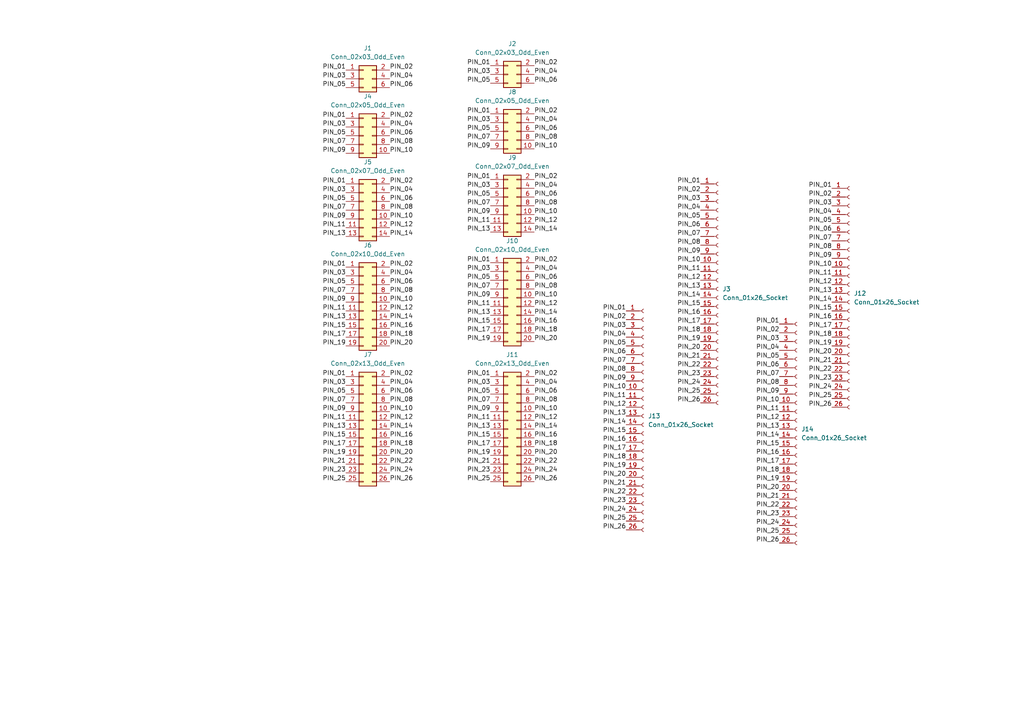
<source format=kicad_sch>
(kicad_sch (version 20250114) (generator "eeschema") (generator_version "9.0")
  (paper "A4")
  (lib_symbols
    (symbol "Connector:Conn_01x26_Socket" (pin_names (offset 1.016) (hide yes))
      (property "Reference" "J" (at 0 33.02 0))
      (property "Value" "Conn_01x26_Socket" (at 0 -35.56 0))
      (symbol "Conn_01x26_Socket_1_1"
        (polyline (pts (xy -1.27 30.48) (xy -0.508 30.48)) (stroke (width 0.1524)))
        (polyline (pts (xy -1.27 27.94) (xy -0.508 27.94)) (stroke (width 0.1524)))
        (polyline (pts (xy -1.27 25.4) (xy -0.508 25.4)) (stroke (width 0.1524)))
        (polyline (pts (xy -1.27 22.86) (xy -0.508 22.86)) (stroke (width 0.1524)))
        (polyline (pts (xy -1.27 20.32) (xy -0.508 20.32)) (stroke (width 0.1524)))
        (polyline (pts (xy -1.27 17.78) (xy -0.508 17.78)) (stroke (width 0.1524)))
        (polyline (pts (xy -1.27 15.24) (xy -0.508 15.24)) (stroke (width 0.1524)))
        (polyline (pts (xy -1.27 12.7) (xy -0.508 12.7)) (stroke (width 0.1524)))
        (polyline (pts (xy -1.27 10.16) (xy -0.508 10.16)) (stroke (width 0.1524)))
        (polyline (pts (xy -1.27 7.62) (xy -0.508 7.62)) (stroke (width 0.1524)))
        (polyline (pts (xy -1.27 5.08) (xy -0.508 5.08)) (stroke (width 0.1524)))
        (polyline (pts (xy -1.27 2.54) (xy -0.508 2.54)) (stroke (width 0.1524)))
        (polyline (pts (xy -1.27 0) (xy -0.508 0)) (stroke (width 0.1524)))
        (polyline (pts (xy -1.27 -2.54) (xy -0.508 -2.54)) (stroke (width 0.1524)))
        (polyline (pts (xy -1.27 -5.08) (xy -0.508 -5.08)) (stroke (width 0.1524)))
        (polyline (pts (xy -1.27 -7.62) (xy -0.508 -7.62)) (stroke (width 0.1524)))
        (polyline (pts (xy -1.27 -10.16) (xy -0.508 -10.16)) (stroke (width 0.1524)))
        (polyline (pts (xy -1.27 -12.7) (xy -0.508 -12.7)) (stroke (width 0.1524)))
        (polyline (pts (xy -1.27 -15.24) (xy -0.508 -15.24)) (stroke (width 0.1524)))
        (polyline (pts (xy -1.27 -17.78) (xy -0.508 -17.78)) (stroke (width 0.1524)))
        (polyline (pts (xy -1.27 -20.32) (xy -0.508 -20.32)) (stroke (width 0.1524)))
        (polyline (pts (xy -1.27 -22.86) (xy -0.508 -22.86)) (stroke (width 0.1524)))
        (polyline (pts (xy -1.27 -25.4) (xy -0.508 -25.4)) (stroke (width 0.1524)))
        (polyline (pts (xy -1.27 -27.94) (xy -0.508 -27.94)) (stroke (width 0.1524)))
        (polyline (pts (xy -1.27 -30.48) (xy -0.508 -30.48)) (stroke (width 0.1524)))
        (polyline (pts (xy -1.27 -33.02) (xy -0.508 -33.02)) (stroke (width 0.1524)))
        (arc (start 0 29.972) (mid -0.5058 30.48) (end 0 30.988) (stroke (width 0.1524)))
        (arc (start 0 27.432) (mid -0.5058 27.94) (end 0 28.448) (stroke (width 0.1524)))
        (arc (start 0 24.892) (mid -0.5058 25.4) (end 0 25.908) (stroke (width 0.1524)))
        (arc (start 0 22.352) (mid -0.5058 22.86) (end 0 23.368) (stroke (width 0.1524)))
        (arc (start 0 19.812) (mid -0.5058 20.32) (end 0 20.828) (stroke (width 0.1524)))
        (arc (start 0 17.272) (mid -0.5058 17.78) (end 0 18.288) (stroke (width 0.1524)))
        (arc (start 0 14.732) (mid -0.5058 15.24) (end 0 15.748) (stroke (width 0.1524)))
        (arc (start 0 12.192) (mid -0.5058 12.7) (end 0 13.208) (stroke (width 0.1524)))
        (arc (start 0 9.652) (mid -0.5058 10.16) (end 0 10.668) (stroke (width 0.1524)))
        (arc (start 0 7.112) (mid -0.5058 7.62) (end 0 8.128) (stroke (width 0.1524)))
        (arc (start 0 4.572) (mid -0.5058 5.08) (end 0 5.588) (stroke (width 0.1524)))
        (arc (start 0 2.032) (mid -0.5058 2.54) (end 0 3.048) (stroke (width 0.1524)))
        (arc (start 0 -0.508) (mid -0.5058 0) (end 0 0.508) (stroke (width 0.1524)))
        (arc (start 0 -3.048) (mid -0.5058 -2.54) (end 0 -2.032) (stroke (width 0.1524)))
        (arc (start 0 -5.588) (mid -0.5058 -5.08) (end 0 -4.572) (stroke (width 0.1524)))
        (arc (start 0 -8.128) (mid -0.5058 -7.62) (end 0 -7.112) (stroke (width 0.1524)))
        (arc (start 0 -10.668) (mid -0.5058 -10.16) (end 0 -9.652) (stroke (width 0.1524)))
        (arc (start 0 -13.208) (mid -0.5058 -12.7) (end 0 -12.192) (stroke (width 0.1524)))
        (arc (start 0 -15.748) (mid -0.5058 -15.24) (end 0 -14.732) (stroke (width 0.1524)))
        (arc (start 0 -18.288) (mid -0.5058 -17.78) (end 0 -17.272) (stroke (width 0.1524)))
        (arc (start 0 -20.828) (mid -0.5058 -20.32) (end 0 -19.812) (stroke (width 0.1524)))
        (arc (start 0 -23.368) (mid -0.5058 -22.86) (end 0 -22.352) (stroke (width 0.1524)))
        (arc (start 0 -25.908) (mid -0.5058 -25.4) (end 0 -24.892) (stroke (width 0.1524)))
        (arc (start 0 -28.448) (mid -0.5058 -27.94) (end 0 -27.432) (stroke (width 0.1524)))
        (arc (start 0 -30.988) (mid -0.5058 -30.48) (end 0 -29.972) (stroke (width 0.1524)))
        (arc (start 0 -33.528) (mid -0.5058 -33.02) (end 0 -32.512) (stroke (width 0.1524)))
        (pin passive line (at -5.08 30.48 0) (length 3.81) (name "Pin_1") (number "1"))
        (pin passive line (at -5.08 27.94 0) (length 3.81) (name "Pin_2") (number "2"))
        (pin passive line (at -5.08 25.4 0) (length 3.81) (name "Pin_3") (number "3"))
        (pin passive line (at -5.08 22.86 0) (length 3.81) (name "Pin_4") (number "4"))
        (pin passive line (at -5.08 20.32 0) (length 3.81) (name "Pin_5") (number "5"))
        (pin passive line (at -5.08 17.78 0) (length 3.81) (name "Pin_6") (number "6"))
        (pin passive line (at -5.08 15.24 0) (length 3.81) (name "Pin_7") (number "7"))
        (pin passive line (at -5.08 12.7 0) (length 3.81) (name "Pin_8") (number "8"))
        (pin passive line (at -5.08 10.16 0) (length 3.81) (name "Pin_9") (number "9"))
        (pin passive line (at -5.08 7.62 0) (length 3.81) (name "Pin_10") (number "10"))
        (pin passive line (at -5.08 5.08 0) (length 3.81) (name "Pin_11") (number "11"))
        (pin passive line (at -5.08 2.54 0) (length 3.81) (name "Pin_12") (number "12"))
        (pin passive line (at -5.08 0 0) (length 3.81) (name "Pin_13") (number "13"))
        (pin passive line (at -5.08 -2.54 0) (length 3.81) (name "Pin_14") (number "14"))
        (pin passive line (at -5.08 -5.08 0) (length 3.81) (name "Pin_15") (number "15"))
        (pin passive line (at -5.08 -7.62 0) (length 3.81) (name "Pin_16") (number "16"))
        (pin passive line (at -5.08 -10.16 0) (length 3.81) (name "Pin_17") (number "17"))
        (pin passive line (at -5.08 -12.7 0) (length 3.81) (name "Pin_18") (number "18"))
        (pin passive line (at -5.08 -15.24 0) (length 3.81) (name "Pin_19") (number "19"))
        (pin passive line (at -5.08 -17.78 0) (length 3.81) (name "Pin_20") (number "20"))
        (pin passive line (at -5.08 -20.32 0) (length 3.81) (name "Pin_21") (number "21"))
        (pin passive line (at -5.08 -22.86 0) (length 3.81) (name "Pin_22") (number "22"))
        (pin passive line (at -5.08 -25.4 0) (length 3.81) (name "Pin_23") (number "23"))
        (pin passive line (at -5.08 -27.94 0) (length 3.81) (name "Pin_24") (number "24"))
        (pin passive line (at -5.08 -30.48 0) (length 3.81) (name "Pin_25") (number "25"))
        (pin passive line (at -5.08 -33.02 0) (length 3.81) (name "Pin_26") (number "26"))
      )
    )
    (symbol "Connector_Generic:Conn_02x03_Odd_Even" (pin_names (offset 1.016) (hide yes))
      (property "Reference" "J" (at 1.27 5.08 0))
      (property "Value" "Conn_02x03_Odd_Even" (at 1.27 -5.08 0))
      (symbol "Conn_02x03_Odd_Even_1_1"
        (rectangle (start -1.27 3.81) (end 3.81 -3.81) (stroke (width 0.254)) (fill (type background)))
        (rectangle (start -1.27 2.667) (end 0 2.413) (stroke (width 0.1524)))
        (rectangle (start -1.27 0.127) (end 0 -0.127) (stroke (width 0.1524)))
        (rectangle (start -1.27 -2.413) (end 0 -2.667) (stroke (width 0.1524)))
        (rectangle (start 3.81 2.667) (end 2.54 2.413) (stroke (width 0.1524)))
        (rectangle (start 3.81 0.127) (end 2.54 -0.127) (stroke (width 0.1524)))
        (rectangle (start 3.81 -2.413) (end 2.54 -2.667) (stroke (width 0.1524)))
        (pin passive line (at -5.08 2.54 0) (length 3.81) (name "Pin_1") (number "1"))
        (pin passive line (at -5.08 0 0) (length 3.81) (name "Pin_3") (number "3"))
        (pin passive line (at -5.08 -2.54 0) (length 3.81) (name "Pin_5") (number "5"))
        (pin passive line (at 7.62 2.54 180) (length 3.81) (name "Pin_2") (number "2"))
        (pin passive line (at 7.62 0 180) (length 3.81) (name "Pin_4") (number "4"))
        (pin passive line (at 7.62 -2.54 180) (length 3.81) (name "Pin_6") (number "6"))
      )
    )
    (symbol "Connector_Generic:Conn_02x05_Odd_Even" (pin_names (offset 1.016) (hide yes))
      (property "Reference" "J" (at 1.27 7.62 0))
      (property "Value" "Conn_02x05_Odd_Even" (at 1.27 -7.62 0))
      (symbol "Conn_02x05_Odd_Even_1_1"
        (rectangle (start -1.27 6.35) (end 3.81 -6.35) (stroke (width 0.254)) (fill (type background)))
        (rectangle (start -1.27 5.207) (end 0 4.953) (stroke (width 0.1524)))
        (rectangle (start -1.27 2.667) (end 0 2.413) (stroke (width 0.1524)))
        (rectangle (start -1.27 0.127) (end 0 -0.127) (stroke (width 0.1524)))
        (rectangle (start -1.27 -2.413) (end 0 -2.667) (stroke (width 0.1524)))
        (rectangle (start -1.27 -4.953) (end 0 -5.207) (stroke (width 0.1524)))
        (rectangle (start 3.81 5.207) (end 2.54 4.953) (stroke (width 0.1524)))
        (rectangle (start 3.81 2.667) (end 2.54 2.413) (stroke (width 0.1524)))
        (rectangle (start 3.81 0.127) (end 2.54 -0.127) (stroke (width 0.1524)))
        (rectangle (start 3.81 -2.413) (end 2.54 -2.667) (stroke (width 0.1524)))
        (rectangle (start 3.81 -4.953) (end 2.54 -5.207) (stroke (width 0.1524)))
        (pin passive line (at -5.08 5.08 0) (length 3.81) (name "Pin_1") (number "1"))
        (pin passive line (at -5.08 2.54 0) (length 3.81) (name "Pin_3") (number "3"))
        (pin passive line (at -5.08 0 0) (length 3.81) (name "Pin_5") (number "5"))
        (pin passive line (at -5.08 -2.54 0) (length 3.81) (name "Pin_7") (number "7"))
        (pin passive line (at -5.08 -5.08 0) (length 3.81) (name "Pin_9") (number "9"))
        (pin passive line (at 7.62 5.08 180) (length 3.81) (name "Pin_2") (number "2"))
        (pin passive line (at 7.62 2.54 180) (length 3.81) (name "Pin_4") (number "4"))
        (pin passive line (at 7.62 0 180) (length 3.81) (name "Pin_6") (number "6"))
        (pin passive line (at 7.62 -2.54 180) (length 3.81) (name "Pin_8") (number "8"))
        (pin passive line (at 7.62 -5.08 180) (length 3.81) (name "Pin_10") (number "10"))
      )
    )
    (symbol "Connector_Generic:Conn_02x07_Odd_Even" (pin_names (offset 1.016) (hide yes))
      (property "Reference" "J" (at 1.27 10.16 0))
      (property "Value" "Conn_02x07_Odd_Even" (at 1.27 -10.16 0))
      (symbol "Conn_02x07_Odd_Even_1_1"
        (rectangle (start -1.27 8.89) (end 3.81 -8.89) (stroke (width 0.254)) (fill (type background)))
        (rectangle (start -1.27 7.747) (end 0 7.493) (stroke (width 0.1524)))
        (rectangle (start -1.27 5.207) (end 0 4.953) (stroke (width 0.1524)))
        (rectangle (start -1.27 2.667) (end 0 2.413) (stroke (width 0.1524)))
        (rectangle (start -1.27 0.127) (end 0 -0.127) (stroke (width 0.1524)))
        (rectangle (start -1.27 -2.413) (end 0 -2.667) (stroke (width 0.1524)))
        (rectangle (start -1.27 -4.953) (end 0 -5.207) (stroke (width 0.1524)))
        (rectangle (start -1.27 -7.493) (end 0 -7.747) (stroke (width 0.1524)))
        (rectangle (start 3.81 7.747) (end 2.54 7.493) (stroke (width 0.1524)))
        (rectangle (start 3.81 5.207) (end 2.54 4.953) (stroke (width 0.1524)))
        (rectangle (start 3.81 2.667) (end 2.54 2.413) (stroke (width 0.1524)))
        (rectangle (start 3.81 0.127) (end 2.54 -0.127) (stroke (width 0.1524)))
        (rectangle (start 3.81 -2.413) (end 2.54 -2.667) (stroke (width 0.1524)))
        (rectangle (start 3.81 -4.953) (end 2.54 -5.207) (stroke (width 0.1524)))
        (rectangle (start 3.81 -7.493) (end 2.54 -7.747) (stroke (width 0.1524)))
        (pin passive line (at -5.08 7.62 0) (length 3.81) (name "Pin_1") (number "1"))
        (pin passive line (at -5.08 5.08 0) (length 3.81) (name "Pin_3") (number "3"))
        (pin passive line (at -5.08 2.54 0) (length 3.81) (name "Pin_5") (number "5"))
        (pin passive line (at -5.08 0 0) (length 3.81) (name "Pin_7") (number "7"))
        (pin passive line (at -5.08 -2.54 0) (length 3.81) (name "Pin_9") (number "9"))
        (pin passive line (at -5.08 -5.08 0) (length 3.81) (name "Pin_11") (number "11"))
        (pin passive line (at -5.08 -7.62 0) (length 3.81) (name "Pin_13") (number "13"))
        (pin passive line (at 7.62 7.62 180) (length 3.81) (name "Pin_2") (number "2"))
        (pin passive line (at 7.62 5.08 180) (length 3.81) (name "Pin_4") (number "4"))
        (pin passive line (at 7.62 2.54 180) (length 3.81) (name "Pin_6") (number "6"))
        (pin passive line (at 7.62 0 180) (length 3.81) (name "Pin_8") (number "8"))
        (pin passive line (at 7.62 -2.54 180) (length 3.81) (name "Pin_10") (number "10"))
        (pin passive line (at 7.62 -5.08 180) (length 3.81) (name "Pin_12") (number "12"))
        (pin passive line (at 7.62 -7.62 180) (length 3.81) (name "Pin_14") (number "14"))
      )
    )
    (symbol "Connector_Generic:Conn_02x10_Odd_Even" (pin_names (offset 1.016) (hide yes))
      (property "Reference" "J" (at 1.27 12.7 0))
      (property "Value" "Conn_02x10_Odd_Even" (at 1.27 -15.24 0))
      (symbol "Conn_02x10_Odd_Even_1_1"
        (rectangle (start -1.27 11.43) (end 3.81 -13.97) (stroke (width 0.254)) (fill (type background)))
        (rectangle (start -1.27 10.287) (end 0 10.033) (stroke (width 0.1524)))
        (rectangle (start -1.27 7.747) (end 0 7.493) (stroke (width 0.1524)))
        (rectangle (start -1.27 5.207) (end 0 4.953) (stroke (width 0.1524)))
        (rectangle (start -1.27 2.667) (end 0 2.413) (stroke (width 0.1524)))
        (rectangle (start -1.27 0.127) (end 0 -0.127) (stroke (width 0.1524)))
        (rectangle (start -1.27 -2.413) (end 0 -2.667) (stroke (width 0.1524)))
        (rectangle (start -1.27 -4.953) (end 0 -5.207) (stroke (width 0.1524)))
        (rectangle (start -1.27 -7.493) (end 0 -7.747) (stroke (width 0.1524)))
        (rectangle (start -1.27 -10.033) (end 0 -10.287) (stroke (width 0.1524)))
        (rectangle (start -1.27 -12.573) (end 0 -12.827) (stroke (width 0.1524)))
        (rectangle (start 3.81 10.287) (end 2.54 10.033) (stroke (width 0.1524)))
        (rectangle (start 3.81 7.747) (end 2.54 7.493) (stroke (width 0.1524)))
        (rectangle (start 3.81 5.207) (end 2.54 4.953) (stroke (width 0.1524)))
        (rectangle (start 3.81 2.667) (end 2.54 2.413) (stroke (width 0.1524)))
        (rectangle (start 3.81 0.127) (end 2.54 -0.127) (stroke (width 0.1524)))
        (rectangle (start 3.81 -2.413) (end 2.54 -2.667) (stroke (width 0.1524)))
        (rectangle (start 3.81 -4.953) (end 2.54 -5.207) (stroke (width 0.1524)))
        (rectangle (start 3.81 -7.493) (end 2.54 -7.747) (stroke (width 0.1524)))
        (rectangle (start 3.81 -10.033) (end 2.54 -10.287) (stroke (width 0.1524)))
        (rectangle (start 3.81 -12.573) (end 2.54 -12.827) (stroke (width 0.1524)))
        (pin passive line (at -5.08 10.16 0) (length 3.81) (name "Pin_1") (number "1"))
        (pin passive line (at -5.08 7.62 0) (length 3.81) (name "Pin_3") (number "3"))
        (pin passive line (at -5.08 5.08 0) (length 3.81) (name "Pin_5") (number "5"))
        (pin passive line (at -5.08 2.54 0) (length 3.81) (name "Pin_7") (number "7"))
        (pin passive line (at -5.08 0 0) (length 3.81) (name "Pin_9") (number "9"))
        (pin passive line (at -5.08 -2.54 0) (length 3.81) (name "Pin_11") (number "11"))
        (pin passive line (at -5.08 -5.08 0) (length 3.81) (name "Pin_13") (number "13"))
        (pin passive line (at -5.08 -7.62 0) (length 3.81) (name "Pin_15") (number "15"))
        (pin passive line (at -5.08 -10.16 0) (length 3.81) (name "Pin_17") (number "17"))
        (pin passive line (at -5.08 -12.7 0) (length 3.81) (name "Pin_19") (number "19"))
        (pin passive line (at 7.62 10.16 180) (length 3.81) (name "Pin_2") (number "2"))
        (pin passive line (at 7.62 7.62 180) (length 3.81) (name "Pin_4") (number "4"))
        (pin passive line (at 7.62 5.08 180) (length 3.81) (name "Pin_6") (number "6"))
        (pin passive line (at 7.62 2.54 180) (length 3.81) (name "Pin_8") (number "8"))
        (pin passive line (at 7.62 0 180) (length 3.81) (name "Pin_10") (number "10"))
        (pin passive line (at 7.62 -2.54 180) (length 3.81) (name "Pin_12") (number "12"))
        (pin passive line (at 7.62 -5.08 180) (length 3.81) (name "Pin_14") (number "14"))
        (pin passive line (at 7.62 -7.62 180) (length 3.81) (name "Pin_16") (number "16"))
        (pin passive line (at 7.62 -10.16 180) (length 3.81) (name "Pin_18") (number "18"))
        (pin passive line (at 7.62 -12.7 180) (length 3.81) (name "Pin_20") (number "20"))
      )
    )
    (symbol "Connector_Generic:Conn_02x13_Odd_Even" (pin_names (offset 1.016) (hide yes))
      (property "Reference" "J" (at 1.27 17.78 0))
      (property "Value" "Conn_02x13_Odd_Even" (at 1.27 -17.78 0))
      (symbol "Conn_02x13_Odd_Even_1_1"
        (rectangle (start -1.27 16.51) (end 3.81 -16.51) (stroke (width 0.254)) (fill (type background)))
        (rectangle (start -1.27 15.367) (end 0 15.113) (stroke (width 0.1524)))
        (rectangle (start -1.27 12.827) (end 0 12.573) (stroke (width 0.1524)))
        (rectangle (start -1.27 10.287) (end 0 10.033) (stroke (width 0.1524)))
        (rectangle (start -1.27 7.747) (end 0 7.493) (stroke (width 0.1524)))
        (rectangle (start -1.27 5.207) (end 0 4.953) (stroke (width 0.1524)))
        (rectangle (start -1.27 2.667) (end 0 2.413) (stroke (width 0.1524)))
        (rectangle (start -1.27 0.127) (end 0 -0.127) (stroke (width 0.1524)))
        (rectangle (start -1.27 -2.413) (end 0 -2.667) (stroke (width 0.1524)))
        (rectangle (start -1.27 -4.953) (end 0 -5.207) (stroke (width 0.1524)))
        (rectangle (start -1.27 -7.493) (end 0 -7.747) (stroke (width 0.1524)))
        (rectangle (start -1.27 -10.033) (end 0 -10.287) (stroke (width 0.1524)))
        (rectangle (start -1.27 -12.573) (end 0 -12.827) (stroke (width 0.1524)))
        (rectangle (start -1.27 -15.113) (end 0 -15.367) (stroke (width 0.1524)))
        (rectangle (start 3.81 15.367) (end 2.54 15.113) (stroke (width 0.1524)))
        (rectangle (start 3.81 12.827) (end 2.54 12.573) (stroke (width 0.1524)))
        (rectangle (start 3.81 10.287) (end 2.54 10.033) (stroke (width 0.1524)))
        (rectangle (start 3.81 7.747) (end 2.54 7.493) (stroke (width 0.1524)))
        (rectangle (start 3.81 5.207) (end 2.54 4.953) (stroke (width 0.1524)))
        (rectangle (start 3.81 2.667) (end 2.54 2.413) (stroke (width 0.1524)))
        (rectangle (start 3.81 0.127) (end 2.54 -0.127) (stroke (width 0.1524)))
        (rectangle (start 3.81 -2.413) (end 2.54 -2.667) (stroke (width 0.1524)))
        (rectangle (start 3.81 -4.953) (end 2.54 -5.207) (stroke (width 0.1524)))
        (rectangle (start 3.81 -7.493) (end 2.54 -7.747) (stroke (width 0.1524)))
        (rectangle (start 3.81 -10.033) (end 2.54 -10.287) (stroke (width 0.1524)))
        (rectangle (start 3.81 -12.573) (end 2.54 -12.827) (stroke (width 0.1524)))
        (rectangle (start 3.81 -15.113) (end 2.54 -15.367) (stroke (width 0.1524)))
        (pin passive line (at -5.08 15.24 0) (length 3.81) (name "Pin_1") (number "1"))
        (pin passive line (at -5.08 12.7 0) (length 3.81) (name "Pin_3") (number "3"))
        (pin passive line (at -5.08 10.16 0) (length 3.81) (name "Pin_5") (number "5"))
        (pin passive line (at -5.08 7.62 0) (length 3.81) (name "Pin_7") (number "7"))
        (pin passive line (at -5.08 5.08 0) (length 3.81) (name "Pin_9") (number "9"))
        (pin passive line (at -5.08 2.54 0) (length 3.81) (name "Pin_11") (number "11"))
        (pin passive line (at -5.08 0 0) (length 3.81) (name "Pin_13") (number "13"))
        (pin passive line (at -5.08 -2.54 0) (length 3.81) (name "Pin_15") (number "15"))
        (pin passive line (at -5.08 -5.08 0) (length 3.81) (name "Pin_17") (number "17"))
        (pin passive line (at -5.08 -7.62 0) (length 3.81) (name "Pin_19") (number "19"))
        (pin passive line (at -5.08 -10.16 0) (length 3.81) (name "Pin_21") (number "21"))
        (pin passive line (at -5.08 -12.7 0) (length 3.81) (name "Pin_23") (number "23"))
        (pin passive line (at -5.08 -15.24 0) (length 3.81) (name "Pin_25") (number "25"))
        (pin passive line (at 7.62 15.24 180) (length 3.81) (name "Pin_2") (number "2"))
        (pin passive line (at 7.62 12.7 180) (length 3.81) (name "Pin_4") (number "4"))
        (pin passive line (at 7.62 10.16 180) (length 3.81) (name "Pin_6") (number "6"))
        (pin passive line (at 7.62 7.62 180) (length 3.81) (name "Pin_8") (number "8"))
        (pin passive line (at 7.62 5.08 180) (length 3.81) (name "Pin_10") (number "10"))
        (pin passive line (at 7.62 2.54 180) (length 3.81) (name "Pin_12") (number "12"))
        (pin passive line (at 7.62 0 180) (length 3.81) (name "Pin_14") (number "14"))
        (pin passive line (at 7.62 -2.54 180) (length 3.81) (name "Pin_16") (number "16"))
        (pin passive line (at 7.62 -5.08 180) (length 3.81) (name "Pin_18") (number "18"))
        (pin passive line (at 7.62 -7.62 180) (length 3.81) (name "Pin_20") (number "20"))
        (pin passive line (at 7.62 -10.16 180) (length 3.81) (name "Pin_22") (number "22"))
        (pin passive line (at 7.62 -12.7 180) (length 3.81) (name "Pin_24") (number "24"))
        (pin passive line (at 7.62 -15.24 180) (length 3.81) (name "Pin_26") (number "26"))
      )
    )
  )
  (label "PIN_24" (at 154.94 137.16 0))
  (label "PIN_06" (at 154.94 24.13 0))
  (label "PIN_15" (at 241.3 90.17 180))
  (label "PIN_03" (at 203.2 58.42 180))
  (label "PIN_05" (at 142.24 57.15 180))
  (label "PIN_09" (at 142.24 86.36 180))
  (label "PIN_03" (at 100.33 111.76 180))
  (label "PIN_14" (at 226.06 127 180))
  (label "PIN_06" (at 113.03 114.3 0))
  (label "PIN_03" (at 142.24 54.61 180))
  (label "PIN_19" (at 241.3 100.33 180))
  (label "PIN_04" (at 226.06 101.6 180))
  (label "PIN_20" (at 154.94 99.06 0))
  (label "PIN_08" (at 181.61 107.95 180))
  (label "PIN_04" (at 154.94 21.59 0))
  (label "PIN_08" (at 154.94 116.84 0))
  (label "PIN_03" (at 181.61 95.25 180))
  (label "PIN_08" (at 113.03 116.84 0))
  (label "PIN_22" (at 241.3 107.95 180))
  (label "PIN_23" (at 241.3 110.49 180))
  (label "PIN_23" (at 203.2 109.22 180))
  (label "PIN_01" (at 142.24 109.22 180))
  (label "PIN_06" (at 113.03 39.37 0))
  (label "PIN_09" (at 142.24 62.23 180))
  (label "PIN_19" (at 181.61 135.89 180))
  (label "PIN_22" (at 113.03 134.62 0))
  (label "PIN_04" (at 241.3 62.23 180))
  (label "PIN_03" (at 142.24 111.76 180))
  (label "PIN_19" (at 226.06 139.7 180))
  (label "PIN_07" (at 142.24 83.82 180))
  (label "PIN_05" (at 142.24 38.1 180))
  (label "PIN_04" (at 154.94 111.76 0))
  (label "PIN_11" (at 100.33 121.92 180))
  (label "PIN_09" (at 100.33 119.38 180))
  (label "PIN_10" (at 203.2 76.2 180))
  (label "PIN_24" (at 226.06 152.4 180))
  (label "PIN_13" (at 142.24 67.31 180))
  (label "PIN_22" (at 154.94 134.62 0))
  (label "PIN_11" (at 203.2 78.74 180))
  (label "PIN_03" (at 100.33 80.01 180))
  (label "PIN_17" (at 142.24 96.52 180))
  (label "PIN_01" (at 100.33 34.29 180))
  (label "PIN_07" (at 142.24 116.84 180))
  (label "PIN_23" (at 226.06 149.86 180))
  (label "PIN_22" (at 203.2 106.68 180))
  (label "PIN_09" (at 100.33 44.45 180))
  (label "PIN_11" (at 142.24 64.77 180))
  (label "PIN_17" (at 226.06 134.62 180))
  (label "PIN_07" (at 100.33 116.84 180))
  (label "PIN_07" (at 142.24 59.69 180))
  (label "PIN_20" (at 181.61 138.43 180))
  (label "PIN_12" (at 154.94 121.92 0))
  (label "PIN_16" (at 203.2 91.44 180))
  (label "PIN_18" (at 226.06 137.16 180))
  (label "PIN_06" (at 113.03 58.42 0))
  (label "PIN_03" (at 100.33 22.86 180))
  (label "PIN_17" (at 100.33 97.79 180))
  (label "PIN_20" (at 226.06 142.24 180))
  (label "PIN_15" (at 142.24 93.98 180))
  (label "PIN_05" (at 142.24 24.13 180))
  (label "PIN_15" (at 100.33 95.25 180))
  (label "PIN_25" (at 181.61 151.13 180))
  (label "PIN_18" (at 241.3 97.79 180))
  (label "PIN_13" (at 100.33 68.58 180))
  (label "PIN_04" (at 113.03 111.76 0))
  (label "PIN_12" (at 203.2 81.28 180))
  (label "PIN_03" (at 226.06 99.06 180))
  (label "PIN_02" (at 113.03 20.32 0))
  (label "PIN_12" (at 113.03 66.04 0))
  (label "PIN_16" (at 154.94 127 0))
  (label "PIN_19" (at 142.24 132.08 180))
  (label "PIN_04" (at 203.2 60.96 180))
  (label "PIN_08" (at 241.3 72.39 180))
  (label "PIN_08" (at 154.94 40.64 0))
  (label "PIN_14" (at 154.94 124.46 0))
  (label "PIN_16" (at 181.61 128.27 180))
  (label "PIN_12" (at 241.3 82.55 180))
  (label "PIN_12" (at 113.03 121.92 0))
  (label "PIN_24" (at 203.2 111.76 180))
  (label "PIN_20" (at 113.03 100.33 0))
  (label "PIN_02" (at 113.03 109.22 0))
  (label "PIN_12" (at 181.61 118.11 180))
  (label "PIN_24" (at 113.03 137.16 0))
  (label "PIN_13" (at 181.61 120.65 180))
  (label "PIN_18" (at 113.03 97.79 0))
  (label "PIN_03" (at 100.33 36.83 180))
  (label "PIN_15" (at 226.06 129.54 180))
  (label "PIN_04" (at 154.94 78.74 0))
  (label "PIN_08" (at 113.03 85.09 0))
  (label "PIN_06" (at 154.94 38.1 0))
  (label "PIN_10" (at 241.3 77.47 180))
  (label "PIN_02" (at 154.94 52.07 0))
  (label "PIN_21" (at 226.06 144.78 180))
  (label "PIN_15" (at 100.33 127 180))
  (label "PIN_07" (at 226.06 109.22 180))
  (label "PIN_13" (at 226.06 124.46 180))
  (label "PIN_01" (at 142.24 76.2 180))
  (label "PIN_09" (at 100.33 63.5 180))
  (label "PIN_05" (at 100.33 39.37 180))
  (label "PIN_20" (at 154.94 132.08 0))
  (label "PIN_25" (at 203.2 114.3 180))
  (label "PIN_09" (at 142.24 119.38 180))
  (label "PIN_09" (at 241.3 74.93 180))
  (label "PIN_14" (at 113.03 68.58 0))
  (label "PIN_13" (at 203.2 83.82 180))
  (label "PIN_14" (at 154.94 67.31 0))
  (label "PIN_19" (at 203.2 99.06 180))
  (label "PIN_07" (at 142.24 40.64 180))
  (label "PIN_01" (at 142.24 52.07 180))
  (label "PIN_04" (at 181.61 97.79 180))
  (label "PIN_18" (at 203.2 96.52 180))
  (label "PIN_10" (at 154.94 119.38 0))
  (label "PIN_26" (at 241.3 118.11 180))
  (label "PIN_19" (at 100.33 132.08 180))
  (label "PIN_02" (at 113.03 34.29 0))
  (label "PIN_21" (at 241.3 105.41 180))
  (label "PIN_02" (at 203.2 55.88 180))
  (label "PIN_04" (at 154.94 35.56 0))
  (label "PIN_24" (at 241.3 113.03 180))
  (label "PIN_11" (at 100.33 66.04 180))
  (label "PIN_04" (at 113.03 22.86 0))
  (label "PIN_10" (at 113.03 63.5 0))
  (label "PIN_14" (at 154.94 91.44 0))
  (label "PIN_05" (at 142.24 114.3 180))
  (label "PIN_10" (at 113.03 87.63 0))
  (label "PIN_03" (at 100.33 55.88 180))
  (label "PIN_07" (at 181.61 105.41 180))
  (label "PIN_08" (at 203.2 71.12 180))
  (label "PIN_09" (at 203.2 73.66 180))
  (label "PIN_06" (at 113.03 25.4 0))
  (label "PIN_19" (at 142.24 99.06 180))
  (label "PIN_23" (at 181.61 146.05 180))
  (label "PIN_03" (at 142.24 35.56 180))
  (label "PIN_26" (at 154.94 139.7 0))
  (label "PIN_04" (at 113.03 36.83 0))
  (label "PIN_21" (at 100.33 134.62 180))
  (label "PIN_05" (at 100.33 82.55 180))
  (label "PIN_01" (at 100.33 77.47 180))
  (label "PIN_26" (at 226.06 157.48 180))
  (label "PIN_05" (at 181.61 100.33 180))
  (label "PIN_03" (at 142.24 78.74 180))
  (label "PIN_10" (at 181.61 113.03 180))
  (label "PIN_22" (at 226.06 147.32 180))
  (label "PIN_21" (at 142.24 134.62 180))
  (label "PIN_23" (at 142.24 137.16 180))
  (label "PIN_13" (at 142.24 124.46 180))
  (label "PIN_01" (at 203.2 53.34 180))
  (label "PIN_02" (at 154.94 19.05 0))
  (label "PIN_01" (at 142.24 33.02 180))
  (label "PIN_12" (at 226.06 121.92 180))
  (label "PIN_04" (at 113.03 55.88 0))
  (label "PIN_01" (at 181.61 90.17 180))
  (label "PIN_18" (at 154.94 96.52 0))
  (label "PIN_02" (at 154.94 76.2 0))
  (label "PIN_25" (at 226.06 154.94 180))
  (label "PIN_06" (at 241.3 67.31 180))
  (label "PIN_16" (at 113.03 95.25 0))
  (label "PIN_09" (at 142.24 43.18 180))
  (label "PIN_01" (at 142.24 19.05 180))
  (label "PIN_01" (at 100.33 109.22 180))
  (label "PIN_16" (at 241.3 92.71 180))
  (label "PIN_22" (at 181.61 143.51 180))
  (label "PIN_03" (at 241.3 59.69 180))
  (label "PIN_09" (at 226.06 114.3 180))
  (label "PIN_16" (at 226.06 132.08 180))
  (label "PIN_17" (at 100.33 129.54 180))
  (label "PIN_15" (at 142.24 127 180))
  (label "PIN_09" (at 181.61 110.49 180))
  (label "PIN_05" (at 226.06 104.14 180))
  (label "PIN_21" (at 181.61 140.97 180))
  (label "PIN_14" (at 203.2 86.36 180))
  (label "PIN_02" (at 154.94 33.02 0))
  (label "PIN_14" (at 241.3 87.63 180))
  (label "PIN_05" (at 241.3 64.77 180))
  (label "PIN_05" (at 203.2 63.5 180))
  (label "PIN_06" (at 226.06 106.68 180))
  (label "PIN_06" (at 154.94 114.3 0))
  (label "PIN_17" (at 142.24 129.54 180))
  (label "PIN_02" (at 113.03 77.47 0))
  (label "PIN_04" (at 113.03 80.01 0))
  (label "PIN_17" (at 181.61 130.81 180))
  (label "PIN_08" (at 154.94 83.82 0))
  (label "PIN_09" (at 100.33 87.63 180))
  (label "PIN_02" (at 241.3 57.15 180))
  (label "PIN_18" (at 113.03 129.54 0))
  (label "PIN_13" (at 100.33 124.46 180))
  (label "PIN_15" (at 181.61 125.73 180))
  (label "PIN_11" (at 142.24 88.9 180))
  (label "PIN_05" (at 100.33 114.3 180))
  (label "PIN_07" (at 241.3 69.85 180))
  (label "PIN_01" (at 100.33 53.34 180))
  (label "PIN_18" (at 154.94 129.54 0))
  (label "PIN_07" (at 100.33 41.91 180))
  (label "PIN_07" (at 100.33 85.09 180))
  (label "PIN_11" (at 142.24 121.92 180))
  (label "PIN_05" (at 100.33 58.42 180))
  (label "PIN_04" (at 154.94 54.61 0))
  (label "PIN_01" (at 241.3 54.61 180))
  (label "PIN_07" (at 203.2 68.58 180))
  (label "PIN_10" (at 226.06 116.84 180))
  (label "PIN_16" (at 113.03 127 0))
  (label "PIN_06" (at 154.94 81.28 0))
  (label "PIN_26" (at 203.2 116.84 180))
  (label "PIN_24" (at 181.61 148.59 180))
  (label "PIN_10" (at 154.94 62.23 0))
  (label "PIN_18" (at 181.61 133.35 180))
  (label "PIN_16" (at 154.94 93.98 0))
  (label "PIN_20" (at 203.2 101.6 180))
  (label "PIN_06" (at 113.03 82.55 0))
  (label "PIN_13" (at 142.24 91.44 180))
  (label "PIN_01" (at 226.06 93.98 180))
  (label "PIN_06" (at 181.61 102.87 180))
  (label "PIN_06" (at 154.94 57.15 0))
  (label "PIN_15" (at 203.2 88.9 180))
  (label "PIN_13" (at 241.3 85.09 180))
  (label "PIN_01" (at 100.33 20.32 180))
  (label "PIN_26" (at 113.03 139.7 0))
  (label "PIN_05" (at 100.33 25.4 180))
  (label "PIN_26" (at 181.61 153.67 180))
  (label "PIN_13" (at 100.33 92.71 180))
  (label "PIN_07" (at 100.33 60.96 180))
  (label "PIN_14" (at 113.03 124.46 0))
  (label "PIN_14" (at 181.61 123.19 180))
  (label "PIN_14" (at 113.03 92.71 0))
  (label "PIN_25" (at 142.24 139.7 180))
  (label "PIN_08" (at 154.94 59.69 0))
  (label "PIN_25" (at 100.33 139.7 180))
  (label "PIN_11" (at 100.33 90.17 180))
  (label "PIN_03" (at 142.24 21.59 180))
  (label "PIN_23" (at 100.33 137.16 180))
  (label "PIN_02" (at 181.61 92.71 180))
  (label "PIN_11" (at 226.06 119.38 180))
  (label "PIN_12" (at 154.94 88.9 0))
  (label "PIN_08" (at 113.03 41.91 0))
  (label "PIN_10" (at 154.94 86.36 0))
  (label "PIN_10" (at 113.03 119.38 0))
  (label "PIN_20" (at 113.03 132.08 0))
  (label "PIN_20" (at 241.3 102.87 180))
  (label "PIN_19" (at 100.33 100.33 180))
  (label "PIN_05" (at 142.24 81.28 180))
  (label "PIN_10" (at 113.03 44.45 0))
  (label "PIN_11" (at 181.61 115.57 180))
  (label "PIN_17" (at 241.3 95.25 180))
  (label "PIN_08" (at 226.06 111.76 180))
  (label "PIN_02" (at 154.94 109.22 0))
  (label "PIN_12" (at 113.03 90.17 0))
  (label "PIN_12" (at 154.94 64.77 0))
  (label "PIN_21" (at 203.2 104.14 180))
  (label "PIN_02" (at 226.06 96.52 180))
  (label "PIN_02" (at 113.03 53.34 0))
  (label "PIN_25" (at 241.3 115.57 180))
  (label "PIN_10" (at 154.94 43.18 0))
  (label "PIN_06" (at 203.2 66.04 180))
  (label "PIN_17" (at 203.2 93.98 180))
  (label "PIN_11" (at 241.3 80.01 180))
  (label "PIN_08" (at 113.03 60.96 0))
  (symbol (lib_id "Connector:Conn_01x26_Socket") (at 208.28 83.82 0) (unit 1)
    (property "Reference" "J3" (at 209.55 83.8199 0) (effects (justify left)))
    (property "Value" "Conn_01x26_Socket" (at 209.55 86.3599 0) (effects (justify left)))
    (property "Footprint" "Connector_PinHeader_2.54mm:PinHeader_1x26_P2.54mm_Vertical" (effects (hide yes)))
    (property "Description" "Generic connector, single row, 01x26, script generated" (effects (hide yes)))
  )
  (symbol (lib_id "Connector:Conn_01x26_Socket") (at 231.14 124.46 0) (unit 1)
    (property "Reference" "J14" (at 232.41 124.4599 0) (effects (justify left)))
    (property "Value" "Conn_01x26_Socket" (at 232.41 126.9999 0) (effects (justify left)))
    (property "Footprint" "Connector_PinHeader_2.54mm:PinHeader_1x26_P2.54mm_Vertical" (effects (hide yes)))
    (property "Description" "Generic connector, single row, 01x26, script generated" (effects (hide yes)))
  )
  (symbol (lib_id "Connector_Generic:Conn_02x03_Odd_Even") (at 105.41 22.86 0) (unit 1)
    (property "Reference" "J1" (at 106.68 13.97 0))
    (property "Value" "Conn_02x03_Odd_Even" (at 106.68 16.51 0))
    (property "Footprint" "Connector_IDC:IDC-Header_2x03_P2.54mm_Vertical" (effects (hide yes)))
    (property "Description" "Generic connector, double row, 02x03, odd/even pin numbering scheme (row 1 odd numbers, row 2 even numbers), script generated (kicad-library-utils/schlib/autogen/connector/)" (effects (hide yes)))
  )
  (symbol (lib_id "Connector_Generic:Conn_02x03_Odd_Even") (at 147.32 21.59 0) (unit 1)
    (property "Reference" "J2" (at 148.59 12.7 0))
    (property "Value" "Conn_02x03_Odd_Even" (at 148.59 15.24 0))
    (property "Footprint" "Connector_IDC:IDC-Header_2x03_P2.54mm_Vertical" (effects (hide yes)))
    (property "Description" "Generic connector, double row, 02x03, odd/even pin numbering scheme (row 1 odd numbers, row 2 even numbers), script generated (kicad-library-utils/schlib/autogen/connector/)" (effects (hide yes)))
  )
  (symbol (lib_id "Connector_Generic:Conn_02x13_Odd_Even") (at 147.32 124.46 0) (unit 1)
    (property "Reference" "J11" (at 148.59 102.87 0))
    (property "Value" "Conn_02x13_Odd_Even" (at 148.59 105.41 0))
    (property "Footprint" "Connector_IDC:IDC-Header_2x13_P2.54mm_Vertical" (effects (hide yes)))
    (property "Description" "Generic connector, double row, 02x13, odd/even pin numbering scheme (row 1 odd numbers, row 2 even numbers), script generated (kicad-library-utils/schlib/autogen/connector/)" (effects (hide yes)))
  )
  (symbol (lib_id "Connector_Generic:Conn_02x05_Odd_Even") (at 105.41 39.37 0) (unit 1)
    (property "Reference" "J4" (at 106.68 27.94 0))
    (property "Value" "Conn_02x05_Odd_Even" (at 106.68 30.48 0))
    (property "Footprint" "Connector_IDC:IDC-Header_2x05_P2.54mm_Vertical" (effects (hide yes)))
    (property "Description" "Generic connector, double row, 02x05, odd/even pin numbering scheme (row 1 odd numbers, row 2 even numbers), script generated (kicad-library-utils/schlib/autogen/connector/)" (effects (hide yes)))
  )
  (symbol (lib_id "Connector_Generic:Conn_02x13_Odd_Even") (at 105.41 124.46 0) (unit 1)
    (property "Reference" "J7" (at 106.68 102.87 0))
    (property "Value" "Conn_02x13_Odd_Even" (at 106.68 105.41 0))
    (property "Footprint" "Connector_IDC:IDC-Header_2x13_P2.54mm_Vertical" (effects (hide yes)))
    (property "Description" "Generic connector, double row, 02x13, odd/even pin numbering scheme (row 1 odd numbers, row 2 even numbers), script generated (kicad-library-utils/schlib/autogen/connector/)" (effects (hide yes)))
  )
  (symbol (lib_id "Connector_Generic:Conn_02x07_Odd_Even") (at 147.32 59.69 0) (unit 1)
    (property "Reference" "J9" (at 148.59 45.72 0))
    (property "Value" "Conn_02x07_Odd_Even" (at 148.59 48.26 0))
    (property "Footprint" "Connector_IDC:IDC-Header_2x07_P2.54mm_Vertical" (effects (hide yes)))
    (property "Description" "Generic connector, double row, 02x07, odd/even pin numbering scheme (row 1 odd numbers, row 2 even numbers), script generated (kicad-library-utils/schlib/autogen/connector/)" (effects (hide yes)))
  )
  (symbol (lib_id "Connector_Generic:Conn_02x10_Odd_Even") (at 147.32 86.36 0) (unit 1)
    (property "Reference" "J10" (at 148.59 69.85 0))
    (property "Value" "Conn_02x10_Odd_Even" (at 148.59 72.39 0))
    (property "Footprint" "Connector_IDC:IDC-Header_2x10_P2.54mm_Vertical" (effects (hide yes)))
    (property "Description" "Generic connector, double row, 02x10, odd/even pin numbering scheme (row 1 odd numbers, row 2 even numbers), script generated (kicad-library-utils/schlib/autogen/connector/)" (effects (hide yes)))
  )
  (symbol (lib_id "Connector:Conn_01x26_Socket") (at 186.69 120.65 0) (unit 1)
    (property "Reference" "J13" (at 187.96 120.6499 0) (effects (justify left)))
    (property "Value" "Conn_01x26_Socket" (at 187.96 123.1899 0) (effects (justify left)))
    (property "Footprint" "Connector_PinHeader_2.54mm:PinHeader_1x26_P2.54mm_Vertical" (effects (hide yes)))
    (property "Description" "Generic connector, single row, 01x26, script generated" (effects (hide yes)))
  )
  (symbol (lib_id "Connector:Conn_01x26_Socket") (at 246.38 85.09 0) (unit 1)
    (property "Reference" "J12" (at 247.65 85.0899 0) (effects (justify left)))
    (property "Value" "Conn_01x26_Socket" (at 247.65 87.6299 0) (effects (justify left)))
    (property "Footprint" "Connector_PinHeader_2.54mm:PinHeader_1x26_P2.54mm_Vertical" (effects (hide yes)))
    (property "Description" "Generic connector, single row, 01x26, script generated" (effects (hide yes)))
  )
  (symbol (lib_id "Connector_Generic:Conn_02x07_Odd_Even") (at 105.41 60.96 0) (unit 1)
    (property "Reference" "J5" (at 106.68 46.99 0))
    (property "Value" "Conn_02x07_Odd_Even" (at 106.68 49.53 0))
    (property "Footprint" "Connector_IDC:IDC-Header_2x07_P2.54mm_Vertical" (effects (hide yes)))
    (property "Description" "Generic connector, double row, 02x07, odd/even pin numbering scheme (row 1 odd numbers, row 2 even numbers), script generated (kicad-library-utils/schlib/autogen/connector/)" (effects (hide yes)))
  )
  (symbol (lib_id "Connector_Generic:Conn_02x05_Odd_Even") (at 147.32 38.1 0) (unit 1)
    (property "Reference" "J8" (at 148.59 26.67 0))
    (property "Value" "Conn_02x05_Odd_Even" (at 148.59 29.21 0))
    (property "Footprint" "Connector_IDC:IDC-Header_2x05_P2.54mm_Vertical" (effects (hide yes)))
    (property "Description" "Generic connector, double row, 02x05, odd/even pin numbering scheme (row 1 odd numbers, row 2 even numbers), script generated (kicad-library-utils/schlib/autogen/connector/)" (effects (hide yes)))
  )
  (symbol (lib_id "Connector_Generic:Conn_02x10_Odd_Even") (at 105.41 87.63 0) (unit 1)
    (property "Reference" "J6" (at 106.68 71.12 0))
    (property "Value" "Conn_02x10_Odd_Even" (at 106.68 73.66 0))
    (property "Footprint" "Connector_IDC:IDC-Header_2x10_P2.54mm_Vertical" (effects (hide yes)))
    (property "Description" "Generic connector, double row, 02x10, odd/even pin numbering scheme (row 1 odd numbers, row 2 even numbers), script generated (kicad-library-utils/schlib/autogen/connector/)" (effects (hide yes)))
  )
)
</source>
